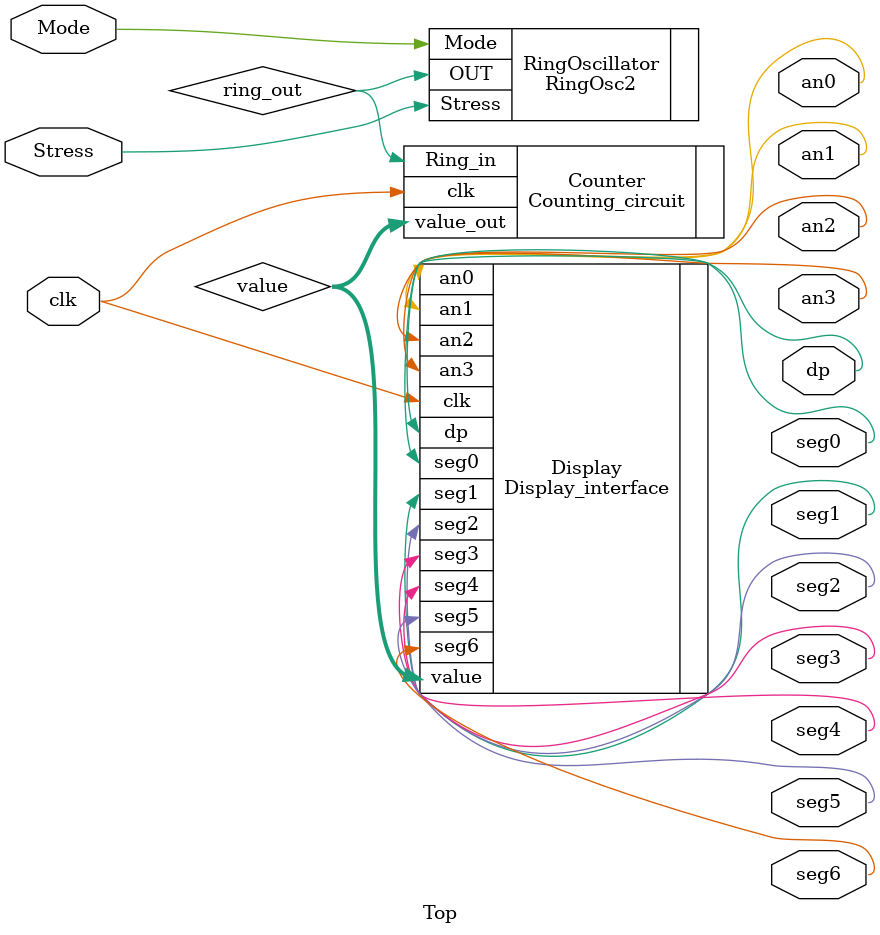
<source format=v>
`timescale 1ns / 1ps
module Top(clk, Mode, Stress, seg0,seg1,seg2,seg3,seg4,seg5,seg6,dp,an0,an1,an2,an3);
	input clk, Mode, Stress;
	output seg0,seg1,seg2,seg3,seg4,seg5,seg6,dp,an0,an1,an2,an3;
	wire ring_out;
	wire [15:0] value;
	
	RingOsc2 RingOscillator(.Mode(Mode), .Stress(Stress), .OUT(ring_out));
	
	Counting_circuit Counter(.clk(clk), .Ring_in(ring_out), .value_out(value));
	
	Display_interface Display(.clk(clk), .value(value),
										.seg0(seg0),
										.seg1(seg1),
										.seg2(seg2),
										.seg3(seg3),
										.seg4(seg4),
										.seg5(seg5),
										.seg6(seg6),
										.dp(dp),.an0(an0),.an1(an1),.an2(an2),.an3(an3));
	
	
	
	
endmodule

</source>
